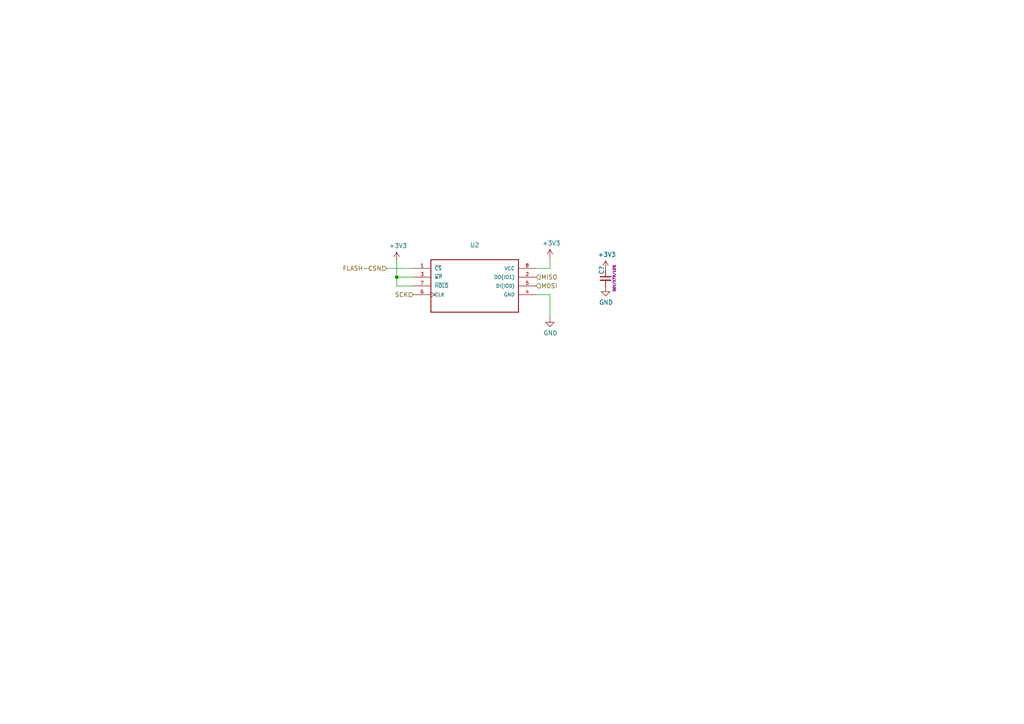
<source format=kicad_sch>
(kicad_sch (version 20211123) (generator eeschema)
  (paper "A4")
  (title_block (title "Buddy") (date "2019-10-24") (rev "v1.0.0") (company "PRUSA Research s.r.o.") (comment 1 "http://creativecommons.org/licenses/by-sa/4.0/") (comment 2 "Licensed under the Attribution-ShareAlike 4.0 International (CC BY-SA 4.0)"))
  (lib_symbols
    (symbol "BUDDY_v1.0.0-rescue:+3.3V-power" (power) (pin_names (offset 0))
      (property "Value" "+3.3V-power" (at 0 3.556 0))
      (symbol "+3.3V-power_0_1"
        (polyline (pts (xy -0.762 1.27) (xy 0 2.54)))
        (polyline (pts (xy 0 0) (xy 0 2.54)))
        (polyline (pts (xy 0 2.54) (xy 0.762 1.27)))
      )
      (symbol "+3.3V-power_1_1"
        (pin power_in line (at 0 0 90) (length 0) hide (name "+3V3") (number "1"))
      )
    )
    (symbol "BUDDY_v1.0.0-rescue:W25Q32JVSSIQ-A3IDES-rescue" (pin_names (offset 1.016))
      (property "Reference" "U" (at -12.7 8.128 0))
      (property "Value" "W25Q32JVSSIQ-A3IDES-rescue" (at -12.7254 -10.668 0))
      (symbol "W25Q32JVSSIQ-A3IDES-rescue_0_0"
        (polyline (pts (xy -12.7 -7.62) (xy -12.7 7.62)) (stroke (width 0.254)))
        (polyline (pts (xy -12.7 7.62) (xy 12.7 7.62)) (stroke (width 0.254)))
        (polyline (pts (xy 12.7 -7.62) (xy -12.7 -7.62)) (stroke (width 0.254)))
        (polyline (pts (xy 12.7 7.62) (xy 12.7 -7.62)) (stroke (width 0.254)))
        (pin input line (at -17.78 5.08 0) (length 5.08) (name "~{CS}") (number "1"))
        (pin bidirectional line (at 17.78 2.54 180) (length 5.08) (name "DO(IO1)") (number "2"))
        (pin input line (at -17.78 2.54 0) (length 5.08) (name "~{WP}") (number "3"))
        (pin power_in line (at 17.78 -2.54 180) (length 5.08) (name "GND") (number "4"))
        (pin bidirectional line (at 17.78 0 180) (length 5.08) (name "DI(IO0)") (number "5"))
        (pin input clock (at -17.78 -2.54 0) (length 5.08) (name "CLK") (number "6"))
        (pin input line (at -17.78 0 0) (length 5.08) (name "~{HOLD}") (number "7"))
        (pin power_in line (at 17.78 5.08 180) (length 5.08) (name "VCC") (number "8"))
      )
    )
    (symbol "Device:C_Small" (pin_numbers hide) (pin_names (offset 0.254) hide)
      (property "Reference" "C" (at 0.254 1.778 0))
      (property "Value" "C_Small" (at 0.254 -2.032 0))
      (symbol "C_Small_0_1"
        (polyline (pts (xy -1.524 -0.508) (xy 1.524 -0.508)) (stroke (width 0.3302)))
        (polyline (pts (xy -1.524 0.508) (xy 1.524 0.508)) (stroke (width 0.3048)))
      )
      (symbol "C_Small_1_1"
        (pin passive line (at 0 2.54 270) (length 2.032) (name "~") (number "1"))
        (pin passive line (at 0 -2.54 90) (length 2.032) (name "~") (number "2"))
      )
    )
    (symbol "power:+3V3" (power) (pin_names (offset 0))
      (property "Value" "+3V3" (at 0 3.556 0))
      (symbol "+3V3_0_1"
        (polyline (pts (xy -0.762 1.27) (xy 0 2.54)))
        (polyline (pts (xy 0 0) (xy 0 2.54)))
        (polyline (pts (xy 0 2.54) (xy 0.762 1.27)))
      )
      (symbol "+3V3_1_1"
        (pin power_in line (at 0 0 90) (length 0) hide (name "+3V3") (number "1"))
      )
    )
    (symbol "power:GND" (power) (pin_names (offset 0))
      (property "Value" "GND" (at 0 -3.81 0))
      (symbol "GND_0_1"
        (polyline (pts (xy 0 0) (xy 0 -1.27) (xy 1.27 -1.27) (xy 0 -2.54) (xy -1.27 -1.27) (xy 0 -1.27)))
      )
      (symbol "GND_1_1"
        (pin power_in line (at 0 0 270) (length 0) hide (name "GND") (number "1"))
      )
    )
  )
  (junction (at 115.062 80.391))
  (wire (pts (xy 115.062 82.931) (xy 115.062 80.391)))
  (wire (pts (xy 159.512 85.471) (xy 155.448 85.471)))
  (wire (pts (xy 119.888 77.851) (xy 112.141 77.851)))
  (wire (pts (xy 159.512 92.202) (xy 159.512 85.471)))
  (wire (pts (xy 119.888 80.391) (xy 115.062 80.391)))
  (wire (pts (xy 115.062 80.391) (xy 115.062 75.692)))
  (wire (pts (xy 115.062 82.931) (xy 119.888 82.931)))
  (wire (pts (xy 159.512 77.851) (xy 159.512 74.93)))
  (wire (pts (xy 155.448 77.851) (xy 159.512 77.851)))
  (hierarchical_label "FLASH-CSN" (shape input) (at 112.141 77.851 180))
  (hierarchical_label "MISO" (shape input) (at 155.448 80.391 0))
  (hierarchical_label "SCK" (shape input) (at 119.888 85.471 180))
  (hierarchical_label "MOSI" (shape input) (at 155.448 82.931 0))
  (symbol (lib_id "BUDDY_v1.0.0-rescue:W25Q32JVSSIQ-A3IDES-rescue") (at 137.668 82.931 0) (unit 1)
    (property "Reference" "U2" (at 137.668 71.0692 0))
    (property "Pole4" "UFDFN-8 Winbond" (effects hide))
    (property "Pole5" "None" (effects hide))
    (property "Pole6" "W25X20CLUXIG TR" (effects hide))
    (property "req" "Ic Flash 2mbit 104mhz" (effects hide))
    (property "Pole8" "Winbond" (effects hide))
  )
  (symbol (lib_id "power:GND") (at 159.512 92.202 0) (unit 1)
    (property "Reference" "#PWR0123" (effects hide))
  )
  (symbol (lib_id "power:+3V3") (at 159.512 74.93 0) (unit 1)
    (property "Reference" "#PWR0124" (effects hide))
  )
  (symbol (lib_id "BUDDY_v1.0.0-rescue:+3.3V-power") (at 175.641 78.232 0) (unit 1)
    (property "Reference" "#PWR?" (effects hide))
  )
  (symbol (lib_id "power:GND") (at 175.641 83.312 0) (unit 1)
    (property "Reference" "#PWR?" (effects hide))
  )
  (symbol (lib_id "Device:C_Small") (at 175.641 80.772 0) (unit 1)
    (property "Reference" "C?" (at 174.498 79.629 90) (effects (justify left)))
    (property "req" "50V/X7R/10%" (at 178.181 84.582 90) (effects (font (size 0.7112 0.7112)) (justify left)))
  )
  (symbol (lib_id "power:+3V3") (at 115.062 75.692 0) (unit 1)
    (property "Reference" "#PWR0141" (effects hide))
  )
)
</source>
